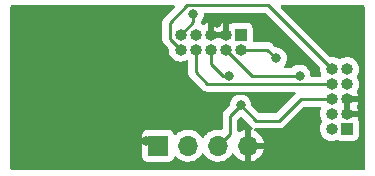
<source format=gbr>
%TF.GenerationSoftware,KiCad,Pcbnew,6.0.7-f9a2dced07~116~ubuntu20.04.1*%
%TF.CreationDate,2022-09-24T19:22:11+02:00*%
%TF.ProjectId,SRRReceiverProgrammerAdaptorBoard,53525252-6563-4656-9976-657250726f67,rev?*%
%TF.SameCoordinates,Original*%
%TF.FileFunction,Copper,L2,Bot*%
%TF.FilePolarity,Positive*%
%FSLAX46Y46*%
G04 Gerber Fmt 4.6, Leading zero omitted, Abs format (unit mm)*
G04 Created by KiCad (PCBNEW 6.0.7-f9a2dced07~116~ubuntu20.04.1) date 2022-09-24 19:22:11*
%MOMM*%
%LPD*%
G01*
G04 APERTURE LIST*
%TA.AperFunction,ComponentPad*%
%ADD10R,1.700000X1.700000*%
%TD*%
%TA.AperFunction,ComponentPad*%
%ADD11O,1.700000X1.700000*%
%TD*%
%TA.AperFunction,ComponentPad*%
%ADD12R,1.000000X1.000000*%
%TD*%
%TA.AperFunction,ComponentPad*%
%ADD13O,1.000000X1.000000*%
%TD*%
%TA.AperFunction,ViaPad*%
%ADD14C,0.800000*%
%TD*%
%TA.AperFunction,Conductor*%
%ADD15C,0.250000*%
%TD*%
G04 APERTURE END LIST*
D10*
%TO.P,J5,1,Pin_1*%
%TO.N,/I2C2_SCL*%
X125000000Y-96400000D03*
D11*
%TO.P,J5,2,Pin_2*%
%TO.N,/I2C2_SDA*%
X127540000Y-96400000D03*
%TO.P,J5,3,Pin_3*%
%TO.N,/TRACESWO*%
X130080000Y-96400000D03*
%TO.P,J5,4,Pin_4*%
%TO.N,/GND*%
X132620000Y-96400000D03*
%TD*%
D12*
%TO.P,J3,1,Pin_1*%
%TO.N,/VDD*%
X141000000Y-95000000D03*
D13*
%TO.P,J3,2,Pin_2*%
%TO.N,/SYS_SWDIO*%
X139730000Y-95000000D03*
%TO.P,J3,3,Pin_3*%
%TO.N,/GND*%
X141000000Y-93730000D03*
%TO.P,J3,4,Pin_4*%
%TO.N,/SYS_SWCLK*%
X139730000Y-93730000D03*
%TO.P,J3,5,Pin_5*%
%TO.N,/GND*%
X141000000Y-92460000D03*
%TO.P,J3,6,Pin_6*%
%TO.N,/TRACESWO*%
X139730000Y-92460000D03*
%TO.P,J3,7,Pin_7*%
%TO.N,/UART_TX*%
X141000000Y-91190000D03*
%TO.P,J3,8,Pin_8*%
%TO.N,Net-(J2-Pad8)*%
X139730000Y-91190000D03*
%TO.P,J3,9,Pin_9*%
%TO.N,/UART_RX*%
X141000000Y-89920000D03*
%TO.P,J3,10,Pin_10*%
%TO.N,/NRST*%
X139730000Y-89920000D03*
%TD*%
D12*
%TO.P,J2,1,Pin_1*%
%TO.N,/VDD*%
X132000000Y-87000000D03*
D13*
%TO.P,J2,2,Pin_2*%
%TO.N,/SYS_SWDIO*%
X132000000Y-88270000D03*
%TO.P,J2,3,Pin_3*%
%TO.N,/GND*%
X130730000Y-87000000D03*
%TO.P,J2,4,Pin_4*%
%TO.N,/SYS_SWCLK*%
X130730000Y-88270000D03*
%TO.P,J2,5,Pin_5*%
%TO.N,/GND*%
X129460000Y-87000000D03*
%TO.P,J2,6,Pin_6*%
%TO.N,/TRACESWO*%
X129460000Y-88270000D03*
%TO.P,J2,7,Pin_7*%
%TO.N,/UART_TX*%
X128190000Y-87000000D03*
%TO.P,J2,8,Pin_8*%
%TO.N,Net-(J2-Pad8)*%
X128190000Y-88270000D03*
%TO.P,J2,9,Pin_9*%
%TO.N,/UART_RX*%
X126920000Y-87000000D03*
%TO.P,J2,10,Pin_10*%
%TO.N,/NRST*%
X126920000Y-88270000D03*
%TD*%
D14*
%TO.N,/GND*%
X113000000Y-85000000D03*
X129000000Y-93000000D03*
X136500000Y-95000000D03*
X135000000Y-87000000D03*
X140000000Y-88000000D03*
X124000000Y-96000000D03*
X142000000Y-98000000D03*
X134500000Y-93000000D03*
X137987701Y-86012299D03*
X113000000Y-92000000D03*
X121500000Y-92000000D03*
X130000000Y-86000000D03*
X139000000Y-97000000D03*
X126000000Y-91000000D03*
X142000000Y-85000000D03*
X137000000Y-89000000D03*
X120000000Y-96000000D03*
X135000000Y-98000000D03*
X121000000Y-88000000D03*
%TO.N,/UART_RX*%
X128000000Y-85250000D03*
%TO.N,/SYS_SWCLK*%
X137000000Y-90465500D03*
%TO.N,/SYS_SWDIO*%
X135000000Y-89000000D03*
%TO.N,/TRACESWO*%
X132000000Y-93000000D03*
X131000000Y-90465500D03*
%TD*%
D15*
%TO.N,/TRACESWO*%
X132000000Y-93000000D02*
X131100000Y-93900000D01*
X131100000Y-93900000D02*
X131100000Y-95380000D01*
X131100000Y-95380000D02*
X130080000Y-96400000D01*
X132000000Y-93000000D02*
X133300000Y-94300000D01*
X133300000Y-94300000D02*
X135255000Y-94300000D01*
X135255000Y-94300000D02*
X137095000Y-92460000D01*
X137095000Y-92460000D02*
X139730000Y-92460000D01*
%TO.N,/GND*%
X141540000Y-92460000D02*
X141000000Y-92460000D01*
%TO.N,/NRST*%
X134310000Y-84500000D02*
X139730000Y-89920000D01*
X126000000Y-86000000D02*
X127500000Y-84500000D01*
X126000000Y-87350000D02*
X126000000Y-86000000D01*
X126920000Y-88270000D02*
X126000000Y-87350000D01*
X127500000Y-84500000D02*
X134310000Y-84500000D01*
%TO.N,/UART_RX*%
X128000000Y-85920000D02*
X126920000Y-87000000D01*
X128000000Y-85250000D02*
X128000000Y-85920000D01*
%TO.N,/SYS_SWCLK*%
X137000000Y-90465500D02*
X132925500Y-90465500D01*
X132925500Y-90465500D02*
X130730000Y-88270000D01*
%TO.N,/SYS_SWDIO*%
X134270000Y-88270000D02*
X135000000Y-89000000D01*
X132000000Y-88270000D02*
X134270000Y-88270000D01*
%TO.N,/TRACESWO*%
X129460000Y-88270000D02*
X129460000Y-89460000D01*
X130465500Y-90465500D02*
X131000000Y-90465500D01*
X129460000Y-89460000D02*
X130465500Y-90465500D01*
%TO.N,Net-(J2-Pad8)*%
X128190000Y-90190000D02*
X128190000Y-88270000D01*
X129190000Y-91190000D02*
X128190000Y-90190000D01*
X139730000Y-91190000D02*
X129190000Y-91190000D01*
%TD*%
%TA.AperFunction,Conductor*%
%TO.N,/GND*%
G36*
X126359526Y-84528502D02*
G01*
X126406019Y-84582158D01*
X126416123Y-84652432D01*
X126386629Y-84717012D01*
X126380500Y-84723595D01*
X125607747Y-85496348D01*
X125599461Y-85503888D01*
X125592982Y-85508000D01*
X125587557Y-85513777D01*
X125546357Y-85557651D01*
X125543602Y-85560493D01*
X125523865Y-85580230D01*
X125521385Y-85583427D01*
X125513682Y-85592447D01*
X125483414Y-85624679D01*
X125479595Y-85631625D01*
X125479593Y-85631628D01*
X125473652Y-85642434D01*
X125462801Y-85658953D01*
X125450386Y-85674959D01*
X125447241Y-85682228D01*
X125447238Y-85682232D01*
X125432826Y-85715537D01*
X125427609Y-85726187D01*
X125406305Y-85764940D01*
X125402125Y-85781222D01*
X125401267Y-85784562D01*
X125394863Y-85803266D01*
X125386819Y-85821855D01*
X125385580Y-85829678D01*
X125385577Y-85829688D01*
X125379901Y-85865524D01*
X125377495Y-85877144D01*
X125366500Y-85919970D01*
X125366500Y-85940224D01*
X125364949Y-85959934D01*
X125361780Y-85979943D01*
X125362526Y-85987835D01*
X125365941Y-86023961D01*
X125366500Y-86035819D01*
X125366500Y-87271233D01*
X125365973Y-87282416D01*
X125364298Y-87289909D01*
X125364547Y-87297835D01*
X125364547Y-87297836D01*
X125366438Y-87357986D01*
X125366500Y-87361945D01*
X125366500Y-87389856D01*
X125366997Y-87393790D01*
X125366997Y-87393791D01*
X125367005Y-87393856D01*
X125367938Y-87405693D01*
X125369327Y-87449889D01*
X125374978Y-87469339D01*
X125378987Y-87488700D01*
X125381526Y-87508797D01*
X125384445Y-87516168D01*
X125384445Y-87516170D01*
X125397804Y-87549912D01*
X125401649Y-87561142D01*
X125413982Y-87603593D01*
X125418015Y-87610412D01*
X125418017Y-87610417D01*
X125424293Y-87621028D01*
X125432988Y-87638776D01*
X125440448Y-87657617D01*
X125445110Y-87664033D01*
X125445110Y-87664034D01*
X125466436Y-87693387D01*
X125472952Y-87703307D01*
X125485925Y-87725242D01*
X125495458Y-87741362D01*
X125509779Y-87755683D01*
X125522619Y-87770716D01*
X125534528Y-87787107D01*
X125566555Y-87813602D01*
X125568605Y-87815298D01*
X125577384Y-87823288D01*
X125874251Y-88120155D01*
X125908277Y-88182467D01*
X125910371Y-88223294D01*
X125906719Y-88255851D01*
X125923268Y-88452934D01*
X125927810Y-88468774D01*
X125973595Y-88628444D01*
X125977783Y-88643050D01*
X126068187Y-88818956D01*
X126191035Y-88973953D01*
X126195728Y-88977947D01*
X126195729Y-88977948D01*
X126324258Y-89087334D01*
X126341650Y-89102136D01*
X126514294Y-89198624D01*
X126702392Y-89259740D01*
X126898777Y-89283158D01*
X126904912Y-89282686D01*
X126904914Y-89282686D01*
X127089830Y-89268457D01*
X127089834Y-89268456D01*
X127095972Y-89267984D01*
X127286463Y-89214798D01*
X127333621Y-89190977D01*
X127373690Y-89170737D01*
X127443512Y-89157877D01*
X127509203Y-89184807D01*
X127549906Y-89242977D01*
X127556500Y-89283203D01*
X127556500Y-90111233D01*
X127555973Y-90122416D01*
X127554298Y-90129909D01*
X127554547Y-90137835D01*
X127554547Y-90137836D01*
X127556438Y-90197986D01*
X127556500Y-90201945D01*
X127556500Y-90229856D01*
X127556997Y-90233790D01*
X127556997Y-90233791D01*
X127557005Y-90233856D01*
X127557938Y-90245693D01*
X127559327Y-90289889D01*
X127564978Y-90309339D01*
X127568987Y-90328700D01*
X127569427Y-90332179D01*
X127571526Y-90348797D01*
X127574445Y-90356168D01*
X127574445Y-90356170D01*
X127587804Y-90389912D01*
X127591649Y-90401142D01*
X127603982Y-90443593D01*
X127608015Y-90450412D01*
X127608017Y-90450417D01*
X127614293Y-90461028D01*
X127622988Y-90478776D01*
X127630448Y-90497617D01*
X127635110Y-90504033D01*
X127635110Y-90504034D01*
X127656436Y-90533387D01*
X127662952Y-90543307D01*
X127685458Y-90581362D01*
X127699779Y-90595683D01*
X127712619Y-90610716D01*
X127724528Y-90627107D01*
X127758605Y-90655298D01*
X127767384Y-90663288D01*
X128686343Y-91582247D01*
X128693887Y-91590537D01*
X128698000Y-91597018D01*
X128703777Y-91602443D01*
X128747667Y-91643658D01*
X128750509Y-91646413D01*
X128770231Y-91666135D01*
X128773355Y-91668558D01*
X128773359Y-91668562D01*
X128773424Y-91668612D01*
X128782445Y-91676317D01*
X128814679Y-91706586D01*
X128821627Y-91710405D01*
X128821629Y-91710407D01*
X128832432Y-91716346D01*
X128848959Y-91727202D01*
X128858698Y-91734757D01*
X128858700Y-91734758D01*
X128864960Y-91739614D01*
X128905540Y-91757174D01*
X128916188Y-91762391D01*
X128937569Y-91774145D01*
X128954940Y-91783695D01*
X128962616Y-91785666D01*
X128962619Y-91785667D01*
X128974562Y-91788733D01*
X128993267Y-91795137D01*
X129011855Y-91803181D01*
X129019678Y-91804420D01*
X129019688Y-91804423D01*
X129055524Y-91810099D01*
X129067144Y-91812505D01*
X129102289Y-91821528D01*
X129109970Y-91823500D01*
X129130224Y-91823500D01*
X129149934Y-91825051D01*
X129169943Y-91828220D01*
X129177835Y-91827474D01*
X129213961Y-91824059D01*
X129225819Y-91823500D01*
X136531406Y-91823500D01*
X136599527Y-91843502D01*
X136646020Y-91897158D01*
X136656124Y-91967432D01*
X136626630Y-92032012D01*
X136620501Y-92038595D01*
X135029500Y-93629595D01*
X134967188Y-93663621D01*
X134940405Y-93666500D01*
X133614594Y-93666500D01*
X133546473Y-93646498D01*
X133525499Y-93629595D01*
X132947122Y-93051218D01*
X132913096Y-92988906D01*
X132910907Y-92975293D01*
X132894232Y-92816635D01*
X132894232Y-92816633D01*
X132893542Y-92810072D01*
X132834527Y-92628444D01*
X132739040Y-92463056D01*
X132611253Y-92321134D01*
X132456752Y-92208882D01*
X132450724Y-92206198D01*
X132450722Y-92206197D01*
X132288319Y-92133891D01*
X132288318Y-92133891D01*
X132282288Y-92131206D01*
X132188888Y-92111353D01*
X132101944Y-92092872D01*
X132101939Y-92092872D01*
X132095487Y-92091500D01*
X131904513Y-92091500D01*
X131898061Y-92092872D01*
X131898056Y-92092872D01*
X131811112Y-92111353D01*
X131717712Y-92131206D01*
X131711682Y-92133891D01*
X131711681Y-92133891D01*
X131549278Y-92206197D01*
X131549276Y-92206198D01*
X131543248Y-92208882D01*
X131388747Y-92321134D01*
X131260960Y-92463056D01*
X131165473Y-92628444D01*
X131106458Y-92810072D01*
X131105768Y-92816633D01*
X131105768Y-92816635D01*
X131089093Y-92975292D01*
X131062080Y-93040949D01*
X131052878Y-93051217D01*
X130707747Y-93396348D01*
X130699461Y-93403888D01*
X130692982Y-93408000D01*
X130687557Y-93413777D01*
X130646357Y-93457651D01*
X130643602Y-93460493D01*
X130623865Y-93480230D01*
X130621385Y-93483427D01*
X130613682Y-93492447D01*
X130583414Y-93524679D01*
X130579595Y-93531625D01*
X130579593Y-93531628D01*
X130573652Y-93542434D01*
X130562801Y-93558953D01*
X130550386Y-93574959D01*
X130547241Y-93582228D01*
X130547238Y-93582232D01*
X130532826Y-93615537D01*
X130527609Y-93626187D01*
X130506305Y-93664940D01*
X130504334Y-93672615D01*
X130504334Y-93672616D01*
X130501267Y-93684562D01*
X130494863Y-93703266D01*
X130486819Y-93721855D01*
X130485580Y-93729678D01*
X130485577Y-93729688D01*
X130479901Y-93765524D01*
X130477495Y-93777144D01*
X130466500Y-93819970D01*
X130466500Y-93840224D01*
X130464949Y-93859934D01*
X130461780Y-93879943D01*
X130462526Y-93887835D01*
X130465941Y-93923961D01*
X130466500Y-93935819D01*
X130466500Y-94938462D01*
X130446498Y-95006583D01*
X130392842Y-95053076D01*
X130318404Y-95062509D01*
X130213373Y-95043800D01*
X130213367Y-95043799D01*
X130208284Y-95042894D01*
X130134452Y-95041992D01*
X129990081Y-95040228D01*
X129990079Y-95040228D01*
X129984911Y-95040165D01*
X129764091Y-95073955D01*
X129551756Y-95143357D01*
X129353607Y-95246507D01*
X129349474Y-95249610D01*
X129349471Y-95249612D01*
X129192961Y-95367123D01*
X129174965Y-95380635D01*
X129171393Y-95384373D01*
X129063729Y-95497037D01*
X129020629Y-95542138D01*
X128913201Y-95699621D01*
X128858293Y-95744621D01*
X128787768Y-95752792D01*
X128724021Y-95721538D01*
X128703324Y-95697054D01*
X128622822Y-95572617D01*
X128622820Y-95572614D01*
X128620014Y-95568277D01*
X128469670Y-95403051D01*
X128465619Y-95399852D01*
X128465615Y-95399848D01*
X128298414Y-95267800D01*
X128298410Y-95267798D01*
X128294359Y-95264598D01*
X128098789Y-95156638D01*
X128093920Y-95154914D01*
X128093916Y-95154912D01*
X127893087Y-95083795D01*
X127893083Y-95083794D01*
X127888212Y-95082069D01*
X127883119Y-95081162D01*
X127883116Y-95081161D01*
X127673373Y-95043800D01*
X127673367Y-95043799D01*
X127668284Y-95042894D01*
X127594452Y-95041992D01*
X127450081Y-95040228D01*
X127450079Y-95040228D01*
X127444911Y-95040165D01*
X127224091Y-95073955D01*
X127011756Y-95143357D01*
X126813607Y-95246507D01*
X126809474Y-95249610D01*
X126809471Y-95249612D01*
X126652961Y-95367123D01*
X126634965Y-95380635D01*
X126559094Y-95460030D01*
X126554283Y-95465064D01*
X126492759Y-95500494D01*
X126421846Y-95497037D01*
X126364060Y-95455791D01*
X126345207Y-95422243D01*
X126303767Y-95311703D01*
X126300615Y-95303295D01*
X126213261Y-95186739D01*
X126096705Y-95099385D01*
X125960316Y-95048255D01*
X125898134Y-95041500D01*
X124101866Y-95041500D01*
X124039684Y-95048255D01*
X123903295Y-95099385D01*
X123786739Y-95186739D01*
X123699385Y-95303295D01*
X123648255Y-95439684D01*
X123641500Y-95501866D01*
X123641500Y-97298134D01*
X123648255Y-97360316D01*
X123699385Y-97496705D01*
X123786739Y-97613261D01*
X123903295Y-97700615D01*
X124039684Y-97751745D01*
X124101866Y-97758500D01*
X125898134Y-97758500D01*
X125960316Y-97751745D01*
X126096705Y-97700615D01*
X126213261Y-97613261D01*
X126300615Y-97496705D01*
X126322799Y-97437529D01*
X126344598Y-97379382D01*
X126387240Y-97322618D01*
X126453802Y-97297918D01*
X126523150Y-97313126D01*
X126557817Y-97341114D01*
X126586250Y-97373938D01*
X126758126Y-97516632D01*
X126951000Y-97629338D01*
X127159692Y-97709030D01*
X127164760Y-97710061D01*
X127164763Y-97710062D01*
X127259862Y-97729410D01*
X127378597Y-97753567D01*
X127383772Y-97753757D01*
X127383774Y-97753757D01*
X127596673Y-97761564D01*
X127596677Y-97761564D01*
X127601837Y-97761753D01*
X127606957Y-97761097D01*
X127606959Y-97761097D01*
X127818288Y-97734025D01*
X127818289Y-97734025D01*
X127823416Y-97733368D01*
X127828366Y-97731883D01*
X128032429Y-97670661D01*
X128032434Y-97670659D01*
X128037384Y-97669174D01*
X128237994Y-97570896D01*
X128419860Y-97441173D01*
X128578096Y-97283489D01*
X128708453Y-97102077D01*
X128709776Y-97103028D01*
X128756645Y-97059857D01*
X128826580Y-97047625D01*
X128892026Y-97075144D01*
X128919875Y-97106994D01*
X128979987Y-97205088D01*
X129126250Y-97373938D01*
X129298126Y-97516632D01*
X129491000Y-97629338D01*
X129699692Y-97709030D01*
X129704760Y-97710061D01*
X129704763Y-97710062D01*
X129799862Y-97729410D01*
X129918597Y-97753567D01*
X129923772Y-97753757D01*
X129923774Y-97753757D01*
X130136673Y-97761564D01*
X130136677Y-97761564D01*
X130141837Y-97761753D01*
X130146957Y-97761097D01*
X130146959Y-97761097D01*
X130358288Y-97734025D01*
X130358289Y-97734025D01*
X130363416Y-97733368D01*
X130368366Y-97731883D01*
X130572429Y-97670661D01*
X130572434Y-97670659D01*
X130577384Y-97669174D01*
X130777994Y-97570896D01*
X130959860Y-97441173D01*
X131118096Y-97283489D01*
X131248453Y-97102077D01*
X131249640Y-97102930D01*
X131296960Y-97059362D01*
X131366897Y-97047145D01*
X131432338Y-97074678D01*
X131460166Y-97106511D01*
X131517694Y-97200388D01*
X131523777Y-97208699D01*
X131663213Y-97369667D01*
X131670580Y-97376883D01*
X131834434Y-97512916D01*
X131842881Y-97518831D01*
X132026756Y-97626279D01*
X132036042Y-97630729D01*
X132235001Y-97706703D01*
X132244899Y-97709579D01*
X132348250Y-97730606D01*
X132362299Y-97729410D01*
X132366000Y-97719065D01*
X132366000Y-97718517D01*
X132874000Y-97718517D01*
X132878064Y-97732359D01*
X132891478Y-97734393D01*
X132898184Y-97733534D01*
X132908262Y-97731392D01*
X133112255Y-97670191D01*
X133121842Y-97666433D01*
X133313095Y-97572739D01*
X133321945Y-97567464D01*
X133495328Y-97443792D01*
X133503200Y-97437139D01*
X133654052Y-97286812D01*
X133660730Y-97278965D01*
X133785003Y-97106020D01*
X133790313Y-97097183D01*
X133884670Y-96906267D01*
X133888469Y-96896672D01*
X133950377Y-96692910D01*
X133952555Y-96682837D01*
X133953986Y-96671962D01*
X133951775Y-96657778D01*
X133938617Y-96654000D01*
X132892115Y-96654000D01*
X132876876Y-96658475D01*
X132875671Y-96659865D01*
X132874000Y-96667548D01*
X132874000Y-97718517D01*
X132366000Y-97718517D01*
X132366000Y-95083102D01*
X132362082Y-95069758D01*
X132347806Y-95067771D01*
X132309324Y-95073660D01*
X132299288Y-95076051D01*
X132096868Y-95142212D01*
X132087358Y-95146209D01*
X131917680Y-95234538D01*
X131848020Y-95248251D01*
X131782005Y-95222126D01*
X131740594Y-95164457D01*
X131733500Y-95122775D01*
X131733500Y-94214594D01*
X131753502Y-94146473D01*
X131770405Y-94125499D01*
X131910905Y-93984999D01*
X131973217Y-93950973D01*
X132044032Y-93956038D01*
X132089095Y-93984999D01*
X132796343Y-94692247D01*
X132803887Y-94700537D01*
X132808000Y-94707018D01*
X132813777Y-94712443D01*
X132857667Y-94753658D01*
X132860509Y-94756413D01*
X132880231Y-94776135D01*
X132883355Y-94778558D01*
X132883359Y-94778562D01*
X132883424Y-94778612D01*
X132892445Y-94786317D01*
X132924679Y-94816586D01*
X132931627Y-94820405D01*
X132931629Y-94820407D01*
X132942432Y-94826346D01*
X132958957Y-94837201D01*
X132966370Y-94842951D01*
X133007937Y-94900507D01*
X133011789Y-94971399D01*
X132976702Y-95033119D01*
X132913816Y-95066072D01*
X132902892Y-95067759D01*
X132878540Y-95070432D01*
X132874000Y-95084989D01*
X132874000Y-96127885D01*
X132878475Y-96143124D01*
X132879865Y-96144329D01*
X132887548Y-96146000D01*
X133938344Y-96146000D01*
X133951875Y-96142027D01*
X133953180Y-96132947D01*
X133911214Y-95965875D01*
X133907894Y-95956124D01*
X133822972Y-95760814D01*
X133818105Y-95751739D01*
X133702426Y-95572926D01*
X133696136Y-95564757D01*
X133552806Y-95407240D01*
X133545273Y-95400215D01*
X133378139Y-95268222D01*
X133369552Y-95262517D01*
X133207835Y-95173244D01*
X133157865Y-95122812D01*
X133143093Y-95053369D01*
X133168209Y-94986964D01*
X133225240Y-94944679D01*
X133272459Y-94937035D01*
X133279943Y-94938220D01*
X133287835Y-94937474D01*
X133306580Y-94935702D01*
X133323962Y-94934059D01*
X133335819Y-94933500D01*
X135176233Y-94933500D01*
X135187416Y-94934027D01*
X135194909Y-94935702D01*
X135202835Y-94935453D01*
X135202836Y-94935453D01*
X135262986Y-94933562D01*
X135266945Y-94933500D01*
X135294856Y-94933500D01*
X135298791Y-94933003D01*
X135298856Y-94932995D01*
X135310693Y-94932062D01*
X135342951Y-94931048D01*
X135346970Y-94930922D01*
X135354889Y-94930673D01*
X135374343Y-94925021D01*
X135393700Y-94921013D01*
X135405930Y-94919468D01*
X135405931Y-94919468D01*
X135413797Y-94918474D01*
X135421168Y-94915555D01*
X135421170Y-94915555D01*
X135454912Y-94902196D01*
X135466142Y-94898351D01*
X135500983Y-94888229D01*
X135500984Y-94888229D01*
X135508593Y-94886018D01*
X135515412Y-94881985D01*
X135515417Y-94881983D01*
X135526028Y-94875707D01*
X135543776Y-94867012D01*
X135562617Y-94859552D01*
X135598387Y-94833564D01*
X135608307Y-94827048D01*
X135639535Y-94808580D01*
X135639538Y-94808578D01*
X135646362Y-94804542D01*
X135660683Y-94790221D01*
X135675717Y-94777380D01*
X135677431Y-94776135D01*
X135692107Y-94765472D01*
X135720298Y-94731395D01*
X135728288Y-94722616D01*
X137320500Y-93130405D01*
X137382812Y-93096379D01*
X137409595Y-93093500D01*
X138715962Y-93093500D01*
X138784083Y-93113502D01*
X138830576Y-93167158D01*
X138840680Y-93237432D01*
X138826377Y-93280200D01*
X138798567Y-93330787D01*
X138796706Y-93336654D01*
X138796705Y-93336656D01*
X138740627Y-93513436D01*
X138738765Y-93519306D01*
X138716719Y-93715851D01*
X138717235Y-93721995D01*
X138730498Y-93879943D01*
X138733268Y-93912934D01*
X138787783Y-94103050D01*
X138878187Y-94278956D01*
X138882016Y-94283787D01*
X138883839Y-94286088D01*
X138884414Y-94287509D01*
X138885353Y-94288966D01*
X138885076Y-94289144D01*
X138910474Y-94351898D01*
X138897301Y-94421662D01*
X138893846Y-94427474D01*
X138798567Y-94600787D01*
X138796706Y-94606654D01*
X138796705Y-94606656D01*
X138746326Y-94765472D01*
X138738765Y-94789306D01*
X138716719Y-94985851D01*
X138717235Y-94991995D01*
X138731270Y-95159137D01*
X138733268Y-95182934D01*
X138787783Y-95373050D01*
X138878187Y-95548956D01*
X139001035Y-95703953D01*
X139005728Y-95707947D01*
X139005729Y-95707948D01*
X139067847Y-95760814D01*
X139151650Y-95832136D01*
X139324294Y-95928624D01*
X139512392Y-95989740D01*
X139708777Y-96013158D01*
X139714912Y-96012686D01*
X139714914Y-96012686D01*
X139899830Y-95998457D01*
X139899834Y-95998456D01*
X139905972Y-95997984D01*
X140096463Y-95944798D01*
X140101959Y-95942022D01*
X140101961Y-95942021D01*
X140115716Y-95935073D01*
X140185538Y-95922214D01*
X140237368Y-95942514D01*
X140238240Y-95940921D01*
X140246109Y-95945229D01*
X140253295Y-95950615D01*
X140389684Y-96001745D01*
X140451866Y-96008500D01*
X141548134Y-96008500D01*
X141610316Y-96001745D01*
X141746705Y-95950615D01*
X141863261Y-95863261D01*
X141950615Y-95746705D01*
X142001745Y-95610316D01*
X142008500Y-95548134D01*
X142008500Y-94451866D01*
X142001745Y-94389684D01*
X141950615Y-94253295D01*
X141945229Y-94246108D01*
X141940921Y-94238240D01*
X141942789Y-94237217D01*
X141922139Y-94181945D01*
X141928255Y-94133117D01*
X141972142Y-94001189D01*
X141972643Y-93987097D01*
X141966454Y-93984000D01*
X140872000Y-93984000D01*
X140803879Y-93963998D01*
X140757386Y-93910342D01*
X140746000Y-93858000D01*
X140746000Y-93457885D01*
X141254000Y-93457885D01*
X141258475Y-93473124D01*
X141259865Y-93474329D01*
X141267548Y-93476000D01*
X141958183Y-93476000D01*
X141971714Y-93472027D01*
X141972806Y-93464433D01*
X141938231Y-93349919D01*
X141933560Y-93338586D01*
X141846538Y-93174920D01*
X141839124Y-93163760D01*
X141818088Y-93095951D01*
X141834517Y-93031797D01*
X141922262Y-92877337D01*
X141927256Y-92866121D01*
X141972142Y-92731190D01*
X141972643Y-92717097D01*
X141966454Y-92714000D01*
X141272115Y-92714000D01*
X141256876Y-92718475D01*
X141255671Y-92719865D01*
X141254000Y-92727548D01*
X141254000Y-93457885D01*
X140746000Y-93457885D01*
X140746000Y-92332000D01*
X140766002Y-92263879D01*
X140819658Y-92217386D01*
X140872000Y-92206000D01*
X141958183Y-92206000D01*
X141971714Y-92202027D01*
X141972806Y-92194433D01*
X141938231Y-92079919D01*
X141933560Y-92068586D01*
X141846537Y-91904918D01*
X141839435Y-91894228D01*
X141818398Y-91826420D01*
X141834827Y-91762264D01*
X141850454Y-91734757D01*
X141869540Y-91701159D01*
X141922723Y-91607542D01*
X141922725Y-91607537D01*
X141925769Y-91602179D01*
X141988197Y-91414513D01*
X142012985Y-91218295D01*
X142013380Y-91190000D01*
X141994080Y-90993167D01*
X141936916Y-90803831D01*
X141844066Y-90629204D01*
X141840167Y-90624424D01*
X141839715Y-90623743D01*
X141818676Y-90555935D01*
X141835105Y-90491775D01*
X141922723Y-90337542D01*
X141922725Y-90337537D01*
X141925769Y-90332179D01*
X141988197Y-90144513D01*
X142012985Y-89948295D01*
X142013380Y-89920000D01*
X141994080Y-89723167D01*
X141991190Y-89713593D01*
X141955485Y-89595334D01*
X141936916Y-89533831D01*
X141844066Y-89359204D01*
X141757684Y-89253289D01*
X141722960Y-89210713D01*
X141722957Y-89210710D01*
X141719065Y-89205938D01*
X141714316Y-89202009D01*
X141571425Y-89083799D01*
X141571421Y-89083797D01*
X141566675Y-89079870D01*
X141392701Y-88985802D01*
X141203768Y-88927318D01*
X141197643Y-88926674D01*
X141197642Y-88926674D01*
X141013204Y-88907289D01*
X141013202Y-88907289D01*
X141007075Y-88906645D01*
X140951717Y-88911683D01*
X140816251Y-88924011D01*
X140816248Y-88924012D01*
X140810112Y-88924570D01*
X140804206Y-88926308D01*
X140804202Y-88926309D01*
X140756308Y-88940405D01*
X140620381Y-88980410D01*
X140614923Y-88983263D01*
X140614919Y-88983265D01*
X140570351Y-89006565D01*
X140445110Y-89072040D01*
X140440310Y-89075900D01*
X140435153Y-89079274D01*
X140433769Y-89077158D01*
X140378365Y-89100027D01*
X140308512Y-89087334D01*
X140298898Y-89081709D01*
X140296675Y-89079870D01*
X140122701Y-88985802D01*
X139933768Y-88927318D01*
X139927643Y-88926674D01*
X139927642Y-88926674D01*
X139743204Y-88907289D01*
X139743202Y-88907289D01*
X139737075Y-88906645D01*
X139681716Y-88911683D01*
X139612063Y-88897938D01*
X139581202Y-88875297D01*
X135429500Y-84723595D01*
X135395474Y-84661283D01*
X135400539Y-84590468D01*
X135443086Y-84533632D01*
X135509606Y-84508821D01*
X135518595Y-84508500D01*
X142365500Y-84508500D01*
X142433621Y-84528502D01*
X142480114Y-84582158D01*
X142491500Y-84634500D01*
X142491500Y-98365500D01*
X142471498Y-98433621D01*
X142417842Y-98480114D01*
X142365500Y-98491500D01*
X112634500Y-98491500D01*
X112566379Y-98471498D01*
X112519886Y-98417842D01*
X112508500Y-98365500D01*
X112508500Y-84634500D01*
X112528502Y-84566379D01*
X112582158Y-84519886D01*
X112634500Y-84508500D01*
X126291405Y-84508500D01*
X126359526Y-84528502D01*
G37*
%TD.AperFunction*%
%TA.AperFunction,Conductor*%
G36*
X134063527Y-85153502D02*
G01*
X134084501Y-85170405D01*
X138684251Y-89770155D01*
X138718277Y-89832467D01*
X138720371Y-89873294D01*
X138716719Y-89905851D01*
X138717235Y-89911995D01*
X138732033Y-90088221D01*
X138733268Y-90102934D01*
X138739049Y-90123093D01*
X138784606Y-90281970D01*
X138787783Y-90293050D01*
X138790604Y-90298539D01*
X138828823Y-90372906D01*
X138842171Y-90442636D01*
X138815701Y-90508514D01*
X138757817Y-90549622D01*
X138716757Y-90556500D01*
X138036520Y-90556500D01*
X137968399Y-90536498D01*
X137921906Y-90482842D01*
X137911210Y-90443671D01*
X137894232Y-90282135D01*
X137894232Y-90282133D01*
X137893542Y-90275572D01*
X137834527Y-90093944D01*
X137739040Y-89928556D01*
X137724129Y-89911995D01*
X137615675Y-89791545D01*
X137615674Y-89791544D01*
X137611253Y-89786634D01*
X137456752Y-89674382D01*
X137450724Y-89671698D01*
X137450722Y-89671697D01*
X137288319Y-89599391D01*
X137288318Y-89599391D01*
X137282288Y-89596706D01*
X137188887Y-89576853D01*
X137101944Y-89558372D01*
X137101939Y-89558372D01*
X137095487Y-89557000D01*
X136904513Y-89557000D01*
X136898061Y-89558372D01*
X136898056Y-89558372D01*
X136811113Y-89576853D01*
X136717712Y-89596706D01*
X136711682Y-89599391D01*
X136711681Y-89599391D01*
X136549278Y-89671697D01*
X136549276Y-89671698D01*
X136543248Y-89674382D01*
X136388747Y-89786634D01*
X136384332Y-89791537D01*
X136379420Y-89795960D01*
X136378295Y-89794711D01*
X136324986Y-89827551D01*
X136291800Y-89832000D01*
X135756370Y-89832000D01*
X135688249Y-89811998D01*
X135641756Y-89758342D01*
X135631652Y-89688068D01*
X135662733Y-89621692D01*
X135739040Y-89536944D01*
X135834527Y-89371556D01*
X135893542Y-89189928D01*
X135900301Y-89125625D01*
X135912814Y-89006565D01*
X135913504Y-89000000D01*
X135893542Y-88810072D01*
X135834527Y-88628444D01*
X135739040Y-88463056D01*
X135611253Y-88321134D01*
X135456752Y-88208882D01*
X135450724Y-88206198D01*
X135450722Y-88206197D01*
X135288319Y-88133891D01*
X135288318Y-88133891D01*
X135282288Y-88131206D01*
X135188888Y-88111353D01*
X135101944Y-88092872D01*
X135101939Y-88092872D01*
X135095487Y-88091500D01*
X135039595Y-88091500D01*
X134971474Y-88071498D01*
X134950500Y-88054595D01*
X134773652Y-87877747D01*
X134766112Y-87869461D01*
X134762000Y-87862982D01*
X134712348Y-87816356D01*
X134709507Y-87813602D01*
X134689770Y-87793865D01*
X134686573Y-87791385D01*
X134677551Y-87783680D01*
X134651100Y-87758841D01*
X134645321Y-87753414D01*
X134638375Y-87749595D01*
X134638372Y-87749593D01*
X134627566Y-87743652D01*
X134611047Y-87732801D01*
X134610583Y-87732441D01*
X134595041Y-87720386D01*
X134587772Y-87717241D01*
X134587768Y-87717238D01*
X134554463Y-87702826D01*
X134543813Y-87697609D01*
X134505060Y-87676305D01*
X134485437Y-87671267D01*
X134466734Y-87664863D01*
X134455420Y-87659967D01*
X134455419Y-87659967D01*
X134448145Y-87656819D01*
X134440322Y-87655580D01*
X134440312Y-87655577D01*
X134404476Y-87649901D01*
X134392856Y-87647495D01*
X134357711Y-87638472D01*
X134357710Y-87638472D01*
X134350030Y-87636500D01*
X134329776Y-87636500D01*
X134310065Y-87634949D01*
X134297886Y-87633020D01*
X134290057Y-87631780D01*
X134282165Y-87632526D01*
X134246039Y-87635941D01*
X134234181Y-87636500D01*
X133134500Y-87636500D01*
X133066379Y-87616498D01*
X133019886Y-87562842D01*
X133008500Y-87510500D01*
X133008500Y-86451866D01*
X133001745Y-86389684D01*
X132950615Y-86253295D01*
X132863261Y-86136739D01*
X132746705Y-86049385D01*
X132610316Y-85998255D01*
X132548134Y-85991500D01*
X131451866Y-85991500D01*
X131389684Y-85998255D01*
X131253295Y-86049385D01*
X131246108Y-86054771D01*
X131238240Y-86059079D01*
X131237105Y-86057006D01*
X131182606Y-86077368D01*
X131124723Y-86067850D01*
X131116620Y-86064444D01*
X131001308Y-86028750D01*
X130987205Y-86028544D01*
X130984000Y-86035299D01*
X130984000Y-87128000D01*
X130963998Y-87196121D01*
X130910342Y-87242614D01*
X130858000Y-87254000D01*
X129332000Y-87254000D01*
X129263879Y-87233998D01*
X129217386Y-87180342D01*
X129206000Y-87128000D01*
X129206000Y-86727885D01*
X129714000Y-86727885D01*
X129718475Y-86743124D01*
X129719865Y-86744329D01*
X129727548Y-86746000D01*
X130457885Y-86746000D01*
X130473124Y-86741525D01*
X130474329Y-86740135D01*
X130476000Y-86732452D01*
X130476000Y-86042076D01*
X130472027Y-86028545D01*
X130464232Y-86027425D01*
X130356479Y-86059138D01*
X130345111Y-86063731D01*
X130180846Y-86149607D01*
X130165426Y-86159697D01*
X130164095Y-86157663D01*
X130108357Y-86180653D01*
X130038508Y-86167943D01*
X130024617Y-86159814D01*
X130020971Y-86157355D01*
X129857924Y-86069196D01*
X129846619Y-86064444D01*
X129731308Y-86028750D01*
X129717205Y-86028544D01*
X129714000Y-86035299D01*
X129714000Y-86727885D01*
X129206000Y-86727885D01*
X129206000Y-86042076D01*
X129202027Y-86028545D01*
X129194232Y-86027425D01*
X129086479Y-86059138D01*
X129075111Y-86063731D01*
X128910846Y-86149607D01*
X128895426Y-86159697D01*
X128894003Y-86157522D01*
X128838864Y-86180314D01*
X128769005Y-86167657D01*
X128759055Y-86161839D01*
X128756675Y-86159870D01*
X128713895Y-86136739D01*
X128697428Y-86127835D01*
X128647019Y-86077840D01*
X128631642Y-86008528D01*
X128631838Y-86006504D01*
X128633500Y-86000030D01*
X128633500Y-85979776D01*
X128635051Y-85960065D01*
X128636980Y-85947887D01*
X128636980Y-85947886D01*
X128638220Y-85940057D01*
X128638574Y-85940113D01*
X128659210Y-85877204D01*
X128669383Y-85864307D01*
X128734616Y-85791858D01*
X128734618Y-85791855D01*
X128739040Y-85786944D01*
X128747313Y-85772616D01*
X128831223Y-85627279D01*
X128831224Y-85627278D01*
X128834527Y-85621556D01*
X128893542Y-85439928D01*
X128913504Y-85250000D01*
X128915541Y-85250214D01*
X128932816Y-85191379D01*
X128986472Y-85144886D01*
X129038814Y-85133500D01*
X133995406Y-85133500D01*
X134063527Y-85153502D01*
G37*
%TD.AperFunction*%
%TD*%
M02*

</source>
